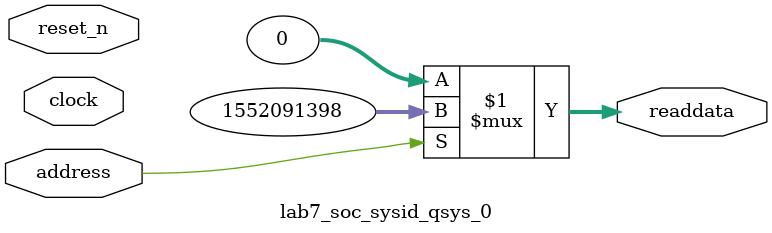
<source format=v>



// synthesis translate_off
`timescale 1ns / 1ps
// synthesis translate_on

// turn off superfluous verilog processor warnings 
// altera message_level Level1 
// altera message_off 10034 10035 10036 10037 10230 10240 10030 

module lab7_soc_sysid_qsys_0 (
               // inputs:
                address,
                clock,
                reset_n,

               // outputs:
                readdata
             )
;

  output  [ 31: 0] readdata;
  input            address;
  input            clock;
  input            reset_n;

  wire    [ 31: 0] readdata;
  //control_slave, which is an e_avalon_slave
  assign readdata = address ? 1552091398 : 0;

endmodule



</source>
